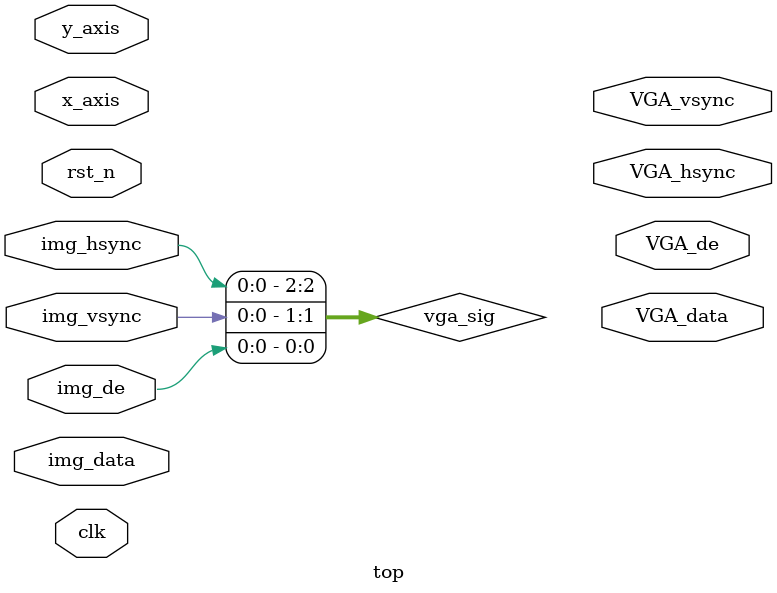
<source format=v>
`timescale 1 ns/1 ns

module top
#(
    parameter           H_DISP        = 640 ,   //图像宽度
    parameter           V_DISP        = 480 ,   //图像高度
    parameter           DATA_WIDTH_12 = 12  ,
    parameter           DATA_WIDTH_3  = 3   ,
    parameter           DLY_CYCLE     = 8   ,
    parameter           DLY_CYCLE1    = 10    
)
(
    input   wire        clk                 ,
    input   wire        rst_n               ,
    input   wire        img_hsync           ,   //img行同步
    input   wire        img_vsync           ,   //img场同步
    input   wire [23:0] img_data            ,   //img数据
    input   wire [11:0] x_axis              ,   //x坐标
    input   wire [11:0] y_axis              ,   //y坐标
    input   wire        img_de              ,     //img数据使能

    output  wire        VGA_hsync           ,   //VGA行同步
    output  wire        VGA_vsync           ,   //VGA场同步
    output  wire [ 7:0] VGA_data            ,   //VGA数据
    output  wire        VGA_de                  //VGA数据使能
);

//    wire                img_hsync           ;   //灰度数据行同步
//    wire                img_vsync           ;   //灰度数据场同步
//    wire    [23:0]      img_data            ;   //灰度数据
//    wire                img_de              ;   //灰度数据使能

    wire                gray_hsync          ;   //灰度数据行同步
    wire                gray_vsync          ;   //灰度数据场同步
    wire    [ 7:0]      gray_data           ;   //灰度数据
    wire                gray_de             ;   //灰度数据使能

    wire                sobel_hsync         ;
    wire                sobel_vsync         ;
    wire    [ 7:0]      sobel_data          ;
    wire                sobel_de            ;

    wire    [15:0]      rho_data            ;
    wire                rho_vld             ;



//    wire    [11:0]      x_axis,x_axis_d     ;
//    wire    [11:0]      y_axis,y_axis_d     ;
    wire    [11:0]      x_axis_d            ;
    wire    [11:0]      y_axis_d            ;
    wire    [ 2:0]      vga_sig,vga_sig_d   ;

    wire                feature_hsync       ; 
    wire                feature_vsync       ; 
    wire    [11:0]      x_left              ; 
    wire    [11:0]      y_left              ; 
    wire    [11:0]      x_right             ; 
    wire    [11:0]      y_right             ; 
    wire                feature_de          ; 

    wire                dilate_de           ;
    wire                dilate_hsync        ;
    wire                dilate_vsync        ;
    wire    [7:0]       dilate_data         ;

    wire                erode_de            ;
    wire                erode_hsync         ;
    wire                erode_vsync         ;
    wire    [7:0]       erode_data          ;

    wire    [7:0]       left_rdaddr         ;
    wire    [7:0]       right_rdaddr        ;
    wire    [23:0]      left_axis           ;
    wire    [23:0]      right_axis          ;
    wire                left_rden           ;
    wire                right_rden          ;
    wire                axis_vld            ;

    wire                left_vld            ;
    wire    [7:0]       phase_left_data     ;
    wire    [27:0]      rho_left_data       ;

    wire                right_vld           ;
    wire    [7:0]       phase_right_data    ;
    wire    [27:0]      rho_right_data      ;

    wire                warning             ;

assign vga_sig = {img_hsync,img_vsync,img_de};

//img_gen # 
//(
//    .H_DISP             (H_DISP             ),
//    .V_DISP             (V_DISP             )
//)       
//u_img_gen       
//(       
//    .clk                (clk                ),
//    .rst_n              (rst_n              ),
//
//    .img_hsync          (img_hsync          ),
//    .img_vsync          (img_vsync          ),
//    .x_axis             (x_axis             ),
//    .y_axis             (y_axis             ),
//    .img_data           (img_data           ),
//    .img_de             (img_de             )
//);      

// RGB转灰度图 耗费1clk
RGB_Gray #
(
    .H_DISP             (H_DISP             ),  //图像宽度
    .V_DISP             (V_DISP             )   //图像高度
)
u_RGB_Gray         
(       
    .clk                (clk                ),
    .rst_n              (rst_n              ),
    .RGB_hsync          (img_hsync          ),
    .RGB_vsync          (img_vsync          ),
    .RGB_data           (img_data           ),
    .RGB_de             (img_de             ),
//    .x_axis             (x_axis             ),
//    .y_axis             (y_axis             ),
    .gray_hsync         (gray_hsync         ),
    .gray_vsync         (gray_vsync         ),
    .gray_data          (gray_data          ),
    .gray_de            (gray_de            )

//    .gray_hsync         (VGA_hsync         ),
//    .gray_vsync         (VGA_vsync         ),
//    .gray_data          (VGA_data          ),
//    .gray_de            (VGA_de            )
);

// 耗费4clk
sobel #
(
    .H_DISP             (H_DISP             ),  //图像宽度
    .V_DISP             (V_DISP             )   //图像高度
)
u_sobel
(
    .clk                (clk                ),  //时钟
    .rst_n              (rst_n              ),  //复位

    .Y_hsync            (gray_hsync         ),  //Y分量行同步
    .Y_vsync            (gray_vsync         ),  //Y分量场同步
    .Y_data             (gray_data          ),  //Y分量数据
    .Y_de               (gray_de            ),  //Y分量数据使能

    .value              (8'd255             ),  //阈值

    .sobel_hsync        (sobel_hsync        ),  //sobel行同步
    .sobel_vsync        (sobel_vsync        ),  //sobel场同步
    .sobel_data         (sobel_data         ),  //sobel数据
    .sobel_de           (sobel_de           )   //sobel数据使能

//    .sobel_hsync            (VGA_hsync          ),  //sobel行同步
//    .sobel_vsync            (VGA_vsync          ),  //sobel场同步
//    .sobel_data             (VGA_data           ),  //sobel数据
//    .sobel_de               (VGA_de             )   //sobel数据使能
);
// 腐蚀 3clk 保证特征点质量的情况下缩小样本量
erode #
(
    .H_DISP         (H_DISP         ),   //图像宽度
    .V_DISP         (V_DISP         )    //图像高度
)
u_erode
(
    .clk            (clk            ),
    .rst_n          (rst_n          ),
    .bina_de        (sobel_de       ),   //bina分量数据使能
    .bina_hsync     (sobel_hsync    ),   //bina分量行同步
    .bina_vsync     (sobel_vsync    ),   //bina分量场同步
    .bina_data      (sobel_data     ),   //bina分量数据

    .erode_de       (erode_de       ),   //erode数据使能
    .erode_hsync    (erode_hsync    ),   //erode行同步
    .erode_vsync    (erode_vsync    ),   //erode场同步
    .erode_data     (erode_data     )    //erode数据

//    .erode_de       (VGA_de       ),   //erode数据使能
//    .erode_hsync    (VGA_hsync    ),   //erode行同步
//    .erode_vsync    (VGA_vsync    ),   //erode场同步
//    .erode_data     (VGA_data     )    //erode数据
);

// 特征点提取，耗费2clk
feature_point # 
(
    .H_DISP             (H_DISP             ),
    .V_DISP             (V_DISP             )
)
u_feature_point 
(
    .clk                (clk                ),
    .rst_n              (rst_n              ),
//    .pre_hsync          (sobel_hsync        ),
//    .pre_vsync          (sobel_vsync        ),
    .pre_data           (erode_data         ),
    .pre_de             (erode_de           ),
    .x_axis             (x_axis_d           ),
    .y_axis             (y_axis_d           ),

//    .feature_hsync      (feature_hsync      ),
//    .feature_vsync      (feature_vsync      ),
    .x_left             (x_left             ),
    .y_left             (y_left             ),
    .x_right            (x_right            ),
    .y_right            (y_right            ),
    .feature_de         (feature_de         )
);

// 多bit数据同步，将x_data、y_data延时5clk，与sobel_data同步
delay_xbit # 
(
    .DATA_WIDTH     (DATA_WIDTH_12      ),
    .DLY_CYCLE      (DLY_CYCLE          )
)           
delay_x             
(           
    .rst_n          (rst_n              ),
    .clk            (clk                ),
    .i_data         (x_axis             ),
    .o_data         (x_axis_d           )
);          

delay_xbit #        
(           
    .DATA_WIDTH     (DATA_WIDTH_12      ),
    .DLY_CYCLE      (DLY_CYCLE          )
)           
delay_y             
(           
    .rst_n          (rst_n              ),
    .clk            (clk                ),
    .i_data         (y_axis             ),
    .o_data         (y_axis_d           )
);
// vsync、hsync、de信号同步
delay_xbit #            
(           
    .DATA_WIDTH     (DATA_WIDTH_3       ),
    .DLY_CYCLE      (DLY_CYCLE          )
)           
delay_vga_sig         
(           
    .rst_n          (rst_n              ),
    .clk            (clk                ),
    .i_data         (vga_sig            ),
    .o_data         (vga_sig_d          )
);
// 特征点存储 耗费2clk
feature_stor # 
(
    .H_DISP         (H_DISP             ),
    .V_DISP         (V_DISP             )
)   
u_feature_stor  
(   
    .clk            (clk                ),
    .rst_n          (rst_n              ),
    .x_left         (x_left             ),
    .y_left         (y_left             ),
    .x_right        (x_right            ),
    .y_right        (y_right            ),
    .feature_de     (feature_de         ),
    .left_rdaddr    (left_rdaddr        ),// 考虑好什么时候开始才能读到坐标，当y坐标达到3/4V_DISP
    .right_rdaddr   (right_rdaddr       ),
    .left_rden      (left_rden          ),   
    .right_rden     (right_rden         ),  

    .axis_vld       (axis_vld           ),
    .left_axis      (left_axis          ),
    .right_axis     (right_axis         )
);

read_ram #
(
    .H_DISP         (H_DISP             ),
    .V_DISP         (V_DISP             )
)
u_read_ram 
(
    .clk            (clk                ),
    .rst_n          (rst_n              ),
    .axis_vsync     (vga_sig_d[1]       ),
    .axis_de        (vga_sig_d[0]       ),
//   .left_axis      (left_axis          ),
//   .right_axis     (right_axis         ),
//   .axis_vld       (axis_vld           ),

    .left_rdaddr    (left_rdaddr        ),
    .right_rdaddr   (right_rdaddr       ),
    .left_rden      (left_rden          ),   
    .right_rden     (right_rden         )
);

// ρ参数计算 ρ=xcos + ysin 耗费18clk
// rho_para_l，rho_para_r里面的角度参数不同，信号名完全相同
rho_para_l  u_rho_para_left 
(
    .rst_n          (rst_n              ),
    .clk            (clk                ),
    .interest_part  (1'b0               ),
    .in_vld         (axis_vld           ),
    .x_y_axis       (left_axis          ),

    .out_vld        (left_vld           ),
    .phase_data     (phase_left_data    ),
    .rho_data       (rho_left_data      )
);

rho_para_r  u_rho_para_right 
(
    .rst_n          (rst_n              ),
    .clk            (clk                ),
    .interest_part  (1'b1               ),
    .in_vld         (axis_vld           ),
    .x_y_axis       (right_axis         ),

    .out_vld        (right_vld          ),
    .phase_data     (phase_right_data   ),
    .rho_data       (rho_right_data     )
);
// 偏移报警
departure_warning  departure_warning_inst 
(
    .rst_n          (rst_n              ),
    .clk            (clk                ),
    .in_left_vld    (left_vld           ),
    .in_right_vld   (right_vld          ),
    .phase_left     (phase_left_data    ),
    .phase_right    (phase_right_data   ),
    .warning        (warning            )
);

endmodule
</source>
